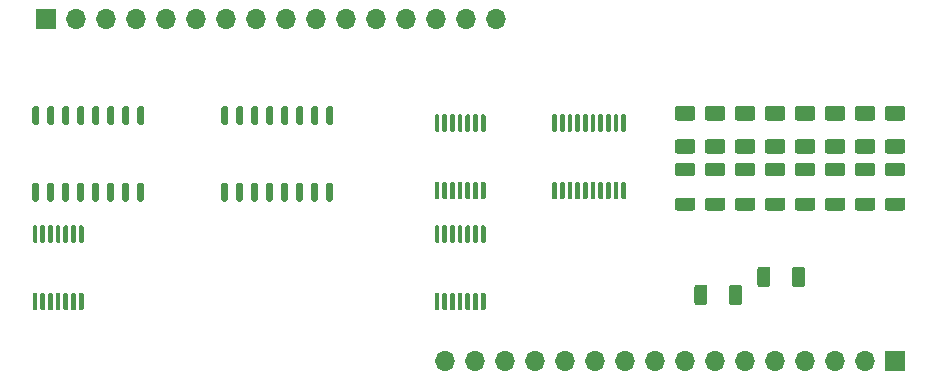
<source format=gbr>
%TF.GenerationSoftware,KiCad,Pcbnew,(5.1.10-1-10_14)*%
%TF.CreationDate,2021-10-28T13:44:03-04:00*%
%TF.ProjectId,ALU-Adder,414c552d-4164-4646-9572-2e6b69636164,rev?*%
%TF.SameCoordinates,Original*%
%TF.FileFunction,Soldermask,Top*%
%TF.FilePolarity,Negative*%
%FSLAX46Y46*%
G04 Gerber Fmt 4.6, Leading zero omitted, Abs format (unit mm)*
G04 Created by KiCad (PCBNEW (5.1.10-1-10_14)) date 2021-10-28 13:44:03*
%MOMM*%
%LPD*%
G01*
G04 APERTURE LIST*
%ADD10O,1.700000X1.700000*%
%ADD11R,1.700000X1.700000*%
G04 APERTURE END LIST*
D10*
%TO.C,J2*%
X146304000Y-106426000D03*
X148844000Y-106426000D03*
X151384000Y-106426000D03*
X153924000Y-106426000D03*
X156464000Y-106426000D03*
X159004000Y-106426000D03*
X161544000Y-106426000D03*
X164084000Y-106426000D03*
X166624000Y-106426000D03*
X169164000Y-106426000D03*
X171704000Y-106426000D03*
X174244000Y-106426000D03*
X176784000Y-106426000D03*
X179324000Y-106426000D03*
X181864000Y-106426000D03*
D11*
X184404000Y-106426000D03*
%TD*%
%TO.C,U16*%
G36*
G01*
X170318000Y-101463001D02*
X170318000Y-100212999D01*
G75*
G02*
X170567999Y-99963000I249999J0D01*
G01*
X171193001Y-99963000D01*
G75*
G02*
X171443000Y-100212999I0J-249999D01*
G01*
X171443000Y-101463001D01*
G75*
G02*
X171193001Y-101713000I-249999J0D01*
G01*
X170567999Y-101713000D01*
G75*
G02*
X170318000Y-101463001I0J249999D01*
G01*
G37*
G36*
G01*
X167393000Y-101463001D02*
X167393000Y-100212999D01*
G75*
G02*
X167642999Y-99963000I249999J0D01*
G01*
X168268001Y-99963000D01*
G75*
G02*
X168518000Y-100212999I0J-249999D01*
G01*
X168518000Y-101463001D01*
G75*
G02*
X168268001Y-101713000I-249999J0D01*
G01*
X167642999Y-101713000D01*
G75*
G02*
X167393000Y-101463001I0J249999D01*
G01*
G37*
%TD*%
%TO.C,U15*%
G36*
G01*
X165998999Y-92594000D02*
X167249001Y-92594000D01*
G75*
G02*
X167499000Y-92843999I0J-249999D01*
G01*
X167499000Y-93469001D01*
G75*
G02*
X167249001Y-93719000I-249999J0D01*
G01*
X165998999Y-93719000D01*
G75*
G02*
X165749000Y-93469001I0J249999D01*
G01*
X165749000Y-92843999D01*
G75*
G02*
X165998999Y-92594000I249999J0D01*
G01*
G37*
G36*
G01*
X165998999Y-89669000D02*
X167249001Y-89669000D01*
G75*
G02*
X167499000Y-89918999I0J-249999D01*
G01*
X167499000Y-90544001D01*
G75*
G02*
X167249001Y-90794000I-249999J0D01*
G01*
X165998999Y-90794000D01*
G75*
G02*
X165749000Y-90544001I0J249999D01*
G01*
X165749000Y-89918999D01*
G75*
G02*
X165998999Y-89669000I249999J0D01*
G01*
G37*
%TD*%
%TO.C,U14*%
G36*
G01*
X168538999Y-92594000D02*
X169789001Y-92594000D01*
G75*
G02*
X170039000Y-92843999I0J-249999D01*
G01*
X170039000Y-93469001D01*
G75*
G02*
X169789001Y-93719000I-249999J0D01*
G01*
X168538999Y-93719000D01*
G75*
G02*
X168289000Y-93469001I0J249999D01*
G01*
X168289000Y-92843999D01*
G75*
G02*
X168538999Y-92594000I249999J0D01*
G01*
G37*
G36*
G01*
X168538999Y-89669000D02*
X169789001Y-89669000D01*
G75*
G02*
X170039000Y-89918999I0J-249999D01*
G01*
X170039000Y-90544001D01*
G75*
G02*
X169789001Y-90794000I-249999J0D01*
G01*
X168538999Y-90794000D01*
G75*
G02*
X168289000Y-90544001I0J249999D01*
G01*
X168289000Y-89918999D01*
G75*
G02*
X168538999Y-89669000I249999J0D01*
G01*
G37*
%TD*%
%TO.C,U13*%
G36*
G01*
X171078999Y-92594000D02*
X172329001Y-92594000D01*
G75*
G02*
X172579000Y-92843999I0J-249999D01*
G01*
X172579000Y-93469001D01*
G75*
G02*
X172329001Y-93719000I-249999J0D01*
G01*
X171078999Y-93719000D01*
G75*
G02*
X170829000Y-93469001I0J249999D01*
G01*
X170829000Y-92843999D01*
G75*
G02*
X171078999Y-92594000I249999J0D01*
G01*
G37*
G36*
G01*
X171078999Y-89669000D02*
X172329001Y-89669000D01*
G75*
G02*
X172579000Y-89918999I0J-249999D01*
G01*
X172579000Y-90544001D01*
G75*
G02*
X172329001Y-90794000I-249999J0D01*
G01*
X171078999Y-90794000D01*
G75*
G02*
X170829000Y-90544001I0J249999D01*
G01*
X170829000Y-89918999D01*
G75*
G02*
X171078999Y-89669000I249999J0D01*
G01*
G37*
%TD*%
%TO.C,U12*%
G36*
G01*
X173618999Y-92594000D02*
X174869001Y-92594000D01*
G75*
G02*
X175119000Y-92843999I0J-249999D01*
G01*
X175119000Y-93469001D01*
G75*
G02*
X174869001Y-93719000I-249999J0D01*
G01*
X173618999Y-93719000D01*
G75*
G02*
X173369000Y-93469001I0J249999D01*
G01*
X173369000Y-92843999D01*
G75*
G02*
X173618999Y-92594000I249999J0D01*
G01*
G37*
G36*
G01*
X173618999Y-89669000D02*
X174869001Y-89669000D01*
G75*
G02*
X175119000Y-89918999I0J-249999D01*
G01*
X175119000Y-90544001D01*
G75*
G02*
X174869001Y-90794000I-249999J0D01*
G01*
X173618999Y-90794000D01*
G75*
G02*
X173369000Y-90544001I0J249999D01*
G01*
X173369000Y-89918999D01*
G75*
G02*
X173618999Y-89669000I249999J0D01*
G01*
G37*
%TD*%
%TO.C,U11*%
G36*
G01*
X176158999Y-92594000D02*
X177409001Y-92594000D01*
G75*
G02*
X177659000Y-92843999I0J-249999D01*
G01*
X177659000Y-93469001D01*
G75*
G02*
X177409001Y-93719000I-249999J0D01*
G01*
X176158999Y-93719000D01*
G75*
G02*
X175909000Y-93469001I0J249999D01*
G01*
X175909000Y-92843999D01*
G75*
G02*
X176158999Y-92594000I249999J0D01*
G01*
G37*
G36*
G01*
X176158999Y-89669000D02*
X177409001Y-89669000D01*
G75*
G02*
X177659000Y-89918999I0J-249999D01*
G01*
X177659000Y-90544001D01*
G75*
G02*
X177409001Y-90794000I-249999J0D01*
G01*
X176158999Y-90794000D01*
G75*
G02*
X175909000Y-90544001I0J249999D01*
G01*
X175909000Y-89918999D01*
G75*
G02*
X176158999Y-89669000I249999J0D01*
G01*
G37*
%TD*%
%TO.C,U10*%
G36*
G01*
X178698999Y-92594000D02*
X179949001Y-92594000D01*
G75*
G02*
X180199000Y-92843999I0J-249999D01*
G01*
X180199000Y-93469001D01*
G75*
G02*
X179949001Y-93719000I-249999J0D01*
G01*
X178698999Y-93719000D01*
G75*
G02*
X178449000Y-93469001I0J249999D01*
G01*
X178449000Y-92843999D01*
G75*
G02*
X178698999Y-92594000I249999J0D01*
G01*
G37*
G36*
G01*
X178698999Y-89669000D02*
X179949001Y-89669000D01*
G75*
G02*
X180199000Y-89918999I0J-249999D01*
G01*
X180199000Y-90544001D01*
G75*
G02*
X179949001Y-90794000I-249999J0D01*
G01*
X178698999Y-90794000D01*
G75*
G02*
X178449000Y-90544001I0J249999D01*
G01*
X178449000Y-89918999D01*
G75*
G02*
X178698999Y-89669000I249999J0D01*
G01*
G37*
%TD*%
%TO.C,U9*%
G36*
G01*
X181238999Y-92594000D02*
X182489001Y-92594000D01*
G75*
G02*
X182739000Y-92843999I0J-249999D01*
G01*
X182739000Y-93469001D01*
G75*
G02*
X182489001Y-93719000I-249999J0D01*
G01*
X181238999Y-93719000D01*
G75*
G02*
X180989000Y-93469001I0J249999D01*
G01*
X180989000Y-92843999D01*
G75*
G02*
X181238999Y-92594000I249999J0D01*
G01*
G37*
G36*
G01*
X181238999Y-89669000D02*
X182489001Y-89669000D01*
G75*
G02*
X182739000Y-89918999I0J-249999D01*
G01*
X182739000Y-90544001D01*
G75*
G02*
X182489001Y-90794000I-249999J0D01*
G01*
X181238999Y-90794000D01*
G75*
G02*
X180989000Y-90544001I0J249999D01*
G01*
X180989000Y-89918999D01*
G75*
G02*
X181238999Y-89669000I249999J0D01*
G01*
G37*
%TD*%
%TO.C,U8*%
G36*
G01*
X183778999Y-92594000D02*
X185029001Y-92594000D01*
G75*
G02*
X185279000Y-92843999I0J-249999D01*
G01*
X185279000Y-93469001D01*
G75*
G02*
X185029001Y-93719000I-249999J0D01*
G01*
X183778999Y-93719000D01*
G75*
G02*
X183529000Y-93469001I0J249999D01*
G01*
X183529000Y-92843999D01*
G75*
G02*
X183778999Y-92594000I249999J0D01*
G01*
G37*
G36*
G01*
X183778999Y-89669000D02*
X185029001Y-89669000D01*
G75*
G02*
X185279000Y-89918999I0J-249999D01*
G01*
X185279000Y-90544001D01*
G75*
G02*
X185029001Y-90794000I-249999J0D01*
G01*
X183778999Y-90794000D01*
G75*
G02*
X183529000Y-90544001I0J249999D01*
G01*
X183529000Y-89918999D01*
G75*
G02*
X183778999Y-89669000I249999J0D01*
G01*
G37*
%TD*%
%TO.C,U7*%
G36*
G01*
X155671000Y-87029000D02*
X155471000Y-87029000D01*
G75*
G02*
X155371000Y-86929000I0J100000D01*
G01*
X155371000Y-85654000D01*
G75*
G02*
X155471000Y-85554000I100000J0D01*
G01*
X155671000Y-85554000D01*
G75*
G02*
X155771000Y-85654000I0J-100000D01*
G01*
X155771000Y-86929000D01*
G75*
G02*
X155671000Y-87029000I-100000J0D01*
G01*
G37*
G36*
G01*
X156321000Y-87029000D02*
X156121000Y-87029000D01*
G75*
G02*
X156021000Y-86929000I0J100000D01*
G01*
X156021000Y-85654000D01*
G75*
G02*
X156121000Y-85554000I100000J0D01*
G01*
X156321000Y-85554000D01*
G75*
G02*
X156421000Y-85654000I0J-100000D01*
G01*
X156421000Y-86929000D01*
G75*
G02*
X156321000Y-87029000I-100000J0D01*
G01*
G37*
G36*
G01*
X156971000Y-87029000D02*
X156771000Y-87029000D01*
G75*
G02*
X156671000Y-86929000I0J100000D01*
G01*
X156671000Y-85654000D01*
G75*
G02*
X156771000Y-85554000I100000J0D01*
G01*
X156971000Y-85554000D01*
G75*
G02*
X157071000Y-85654000I0J-100000D01*
G01*
X157071000Y-86929000D01*
G75*
G02*
X156971000Y-87029000I-100000J0D01*
G01*
G37*
G36*
G01*
X157621000Y-87029000D02*
X157421000Y-87029000D01*
G75*
G02*
X157321000Y-86929000I0J100000D01*
G01*
X157321000Y-85654000D01*
G75*
G02*
X157421000Y-85554000I100000J0D01*
G01*
X157621000Y-85554000D01*
G75*
G02*
X157721000Y-85654000I0J-100000D01*
G01*
X157721000Y-86929000D01*
G75*
G02*
X157621000Y-87029000I-100000J0D01*
G01*
G37*
G36*
G01*
X158271000Y-87029000D02*
X158071000Y-87029000D01*
G75*
G02*
X157971000Y-86929000I0J100000D01*
G01*
X157971000Y-85654000D01*
G75*
G02*
X158071000Y-85554000I100000J0D01*
G01*
X158271000Y-85554000D01*
G75*
G02*
X158371000Y-85654000I0J-100000D01*
G01*
X158371000Y-86929000D01*
G75*
G02*
X158271000Y-87029000I-100000J0D01*
G01*
G37*
G36*
G01*
X158921000Y-87029000D02*
X158721000Y-87029000D01*
G75*
G02*
X158621000Y-86929000I0J100000D01*
G01*
X158621000Y-85654000D01*
G75*
G02*
X158721000Y-85554000I100000J0D01*
G01*
X158921000Y-85554000D01*
G75*
G02*
X159021000Y-85654000I0J-100000D01*
G01*
X159021000Y-86929000D01*
G75*
G02*
X158921000Y-87029000I-100000J0D01*
G01*
G37*
G36*
G01*
X159571000Y-87029000D02*
X159371000Y-87029000D01*
G75*
G02*
X159271000Y-86929000I0J100000D01*
G01*
X159271000Y-85654000D01*
G75*
G02*
X159371000Y-85554000I100000J0D01*
G01*
X159571000Y-85554000D01*
G75*
G02*
X159671000Y-85654000I0J-100000D01*
G01*
X159671000Y-86929000D01*
G75*
G02*
X159571000Y-87029000I-100000J0D01*
G01*
G37*
G36*
G01*
X160221000Y-87029000D02*
X160021000Y-87029000D01*
G75*
G02*
X159921000Y-86929000I0J100000D01*
G01*
X159921000Y-85654000D01*
G75*
G02*
X160021000Y-85554000I100000J0D01*
G01*
X160221000Y-85554000D01*
G75*
G02*
X160321000Y-85654000I0J-100000D01*
G01*
X160321000Y-86929000D01*
G75*
G02*
X160221000Y-87029000I-100000J0D01*
G01*
G37*
G36*
G01*
X160871000Y-87029000D02*
X160671000Y-87029000D01*
G75*
G02*
X160571000Y-86929000I0J100000D01*
G01*
X160571000Y-85654000D01*
G75*
G02*
X160671000Y-85554000I100000J0D01*
G01*
X160871000Y-85554000D01*
G75*
G02*
X160971000Y-85654000I0J-100000D01*
G01*
X160971000Y-86929000D01*
G75*
G02*
X160871000Y-87029000I-100000J0D01*
G01*
G37*
G36*
G01*
X161521000Y-87029000D02*
X161321000Y-87029000D01*
G75*
G02*
X161221000Y-86929000I0J100000D01*
G01*
X161221000Y-85654000D01*
G75*
G02*
X161321000Y-85554000I100000J0D01*
G01*
X161521000Y-85554000D01*
G75*
G02*
X161621000Y-85654000I0J-100000D01*
G01*
X161621000Y-86929000D01*
G75*
G02*
X161521000Y-87029000I-100000J0D01*
G01*
G37*
G36*
G01*
X161521000Y-92754000D02*
X161321000Y-92754000D01*
G75*
G02*
X161221000Y-92654000I0J100000D01*
G01*
X161221000Y-91379000D01*
G75*
G02*
X161321000Y-91279000I100000J0D01*
G01*
X161521000Y-91279000D01*
G75*
G02*
X161621000Y-91379000I0J-100000D01*
G01*
X161621000Y-92654000D01*
G75*
G02*
X161521000Y-92754000I-100000J0D01*
G01*
G37*
G36*
G01*
X160871000Y-92754000D02*
X160671000Y-92754000D01*
G75*
G02*
X160571000Y-92654000I0J100000D01*
G01*
X160571000Y-91379000D01*
G75*
G02*
X160671000Y-91279000I100000J0D01*
G01*
X160871000Y-91279000D01*
G75*
G02*
X160971000Y-91379000I0J-100000D01*
G01*
X160971000Y-92654000D01*
G75*
G02*
X160871000Y-92754000I-100000J0D01*
G01*
G37*
G36*
G01*
X160221000Y-92754000D02*
X160021000Y-92754000D01*
G75*
G02*
X159921000Y-92654000I0J100000D01*
G01*
X159921000Y-91379000D01*
G75*
G02*
X160021000Y-91279000I100000J0D01*
G01*
X160221000Y-91279000D01*
G75*
G02*
X160321000Y-91379000I0J-100000D01*
G01*
X160321000Y-92654000D01*
G75*
G02*
X160221000Y-92754000I-100000J0D01*
G01*
G37*
G36*
G01*
X159571000Y-92754000D02*
X159371000Y-92754000D01*
G75*
G02*
X159271000Y-92654000I0J100000D01*
G01*
X159271000Y-91379000D01*
G75*
G02*
X159371000Y-91279000I100000J0D01*
G01*
X159571000Y-91279000D01*
G75*
G02*
X159671000Y-91379000I0J-100000D01*
G01*
X159671000Y-92654000D01*
G75*
G02*
X159571000Y-92754000I-100000J0D01*
G01*
G37*
G36*
G01*
X158921000Y-92754000D02*
X158721000Y-92754000D01*
G75*
G02*
X158621000Y-92654000I0J100000D01*
G01*
X158621000Y-91379000D01*
G75*
G02*
X158721000Y-91279000I100000J0D01*
G01*
X158921000Y-91279000D01*
G75*
G02*
X159021000Y-91379000I0J-100000D01*
G01*
X159021000Y-92654000D01*
G75*
G02*
X158921000Y-92754000I-100000J0D01*
G01*
G37*
G36*
G01*
X158271000Y-92754000D02*
X158071000Y-92754000D01*
G75*
G02*
X157971000Y-92654000I0J100000D01*
G01*
X157971000Y-91379000D01*
G75*
G02*
X158071000Y-91279000I100000J0D01*
G01*
X158271000Y-91279000D01*
G75*
G02*
X158371000Y-91379000I0J-100000D01*
G01*
X158371000Y-92654000D01*
G75*
G02*
X158271000Y-92754000I-100000J0D01*
G01*
G37*
G36*
G01*
X157621000Y-92754000D02*
X157421000Y-92754000D01*
G75*
G02*
X157321000Y-92654000I0J100000D01*
G01*
X157321000Y-91379000D01*
G75*
G02*
X157421000Y-91279000I100000J0D01*
G01*
X157621000Y-91279000D01*
G75*
G02*
X157721000Y-91379000I0J-100000D01*
G01*
X157721000Y-92654000D01*
G75*
G02*
X157621000Y-92754000I-100000J0D01*
G01*
G37*
G36*
G01*
X156971000Y-92754000D02*
X156771000Y-92754000D01*
G75*
G02*
X156671000Y-92654000I0J100000D01*
G01*
X156671000Y-91379000D01*
G75*
G02*
X156771000Y-91279000I100000J0D01*
G01*
X156971000Y-91279000D01*
G75*
G02*
X157071000Y-91379000I0J-100000D01*
G01*
X157071000Y-92654000D01*
G75*
G02*
X156971000Y-92754000I-100000J0D01*
G01*
G37*
G36*
G01*
X156321000Y-92754000D02*
X156121000Y-92754000D01*
G75*
G02*
X156021000Y-92654000I0J100000D01*
G01*
X156021000Y-91379000D01*
G75*
G02*
X156121000Y-91279000I100000J0D01*
G01*
X156321000Y-91279000D01*
G75*
G02*
X156421000Y-91379000I0J-100000D01*
G01*
X156421000Y-92654000D01*
G75*
G02*
X156321000Y-92754000I-100000J0D01*
G01*
G37*
G36*
G01*
X155671000Y-92754000D02*
X155471000Y-92754000D01*
G75*
G02*
X155371000Y-92654000I0J100000D01*
G01*
X155371000Y-91379000D01*
G75*
G02*
X155471000Y-91279000I100000J0D01*
G01*
X155671000Y-91279000D01*
G75*
G02*
X155771000Y-91379000I0J-100000D01*
G01*
X155771000Y-92654000D01*
G75*
G02*
X155671000Y-92754000I-100000J0D01*
G01*
G37*
%TD*%
%TO.C,U6*%
G36*
G01*
X175652000Y-99939001D02*
X175652000Y-98688999D01*
G75*
G02*
X175901999Y-98439000I249999J0D01*
G01*
X176527001Y-98439000D01*
G75*
G02*
X176777000Y-98688999I0J-249999D01*
G01*
X176777000Y-99939001D01*
G75*
G02*
X176527001Y-100189000I-249999J0D01*
G01*
X175901999Y-100189000D01*
G75*
G02*
X175652000Y-99939001I0J249999D01*
G01*
G37*
G36*
G01*
X172727000Y-99939001D02*
X172727000Y-98688999D01*
G75*
G02*
X172976999Y-98439000I249999J0D01*
G01*
X173602001Y-98439000D01*
G75*
G02*
X173852000Y-98688999I0J-249999D01*
G01*
X173852000Y-99939001D01*
G75*
G02*
X173602001Y-100189000I-249999J0D01*
G01*
X172976999Y-100189000D01*
G75*
G02*
X172727000Y-99939001I0J249999D01*
G01*
G37*
%TD*%
%TO.C,U5*%
G36*
G01*
X111688000Y-96427000D02*
X111488000Y-96427000D01*
G75*
G02*
X111388000Y-96327000I0J100000D01*
G01*
X111388000Y-95052000D01*
G75*
G02*
X111488000Y-94952000I100000J0D01*
G01*
X111688000Y-94952000D01*
G75*
G02*
X111788000Y-95052000I0J-100000D01*
G01*
X111788000Y-96327000D01*
G75*
G02*
X111688000Y-96427000I-100000J0D01*
G01*
G37*
G36*
G01*
X112338000Y-96427000D02*
X112138000Y-96427000D01*
G75*
G02*
X112038000Y-96327000I0J100000D01*
G01*
X112038000Y-95052000D01*
G75*
G02*
X112138000Y-94952000I100000J0D01*
G01*
X112338000Y-94952000D01*
G75*
G02*
X112438000Y-95052000I0J-100000D01*
G01*
X112438000Y-96327000D01*
G75*
G02*
X112338000Y-96427000I-100000J0D01*
G01*
G37*
G36*
G01*
X112988000Y-96427000D02*
X112788000Y-96427000D01*
G75*
G02*
X112688000Y-96327000I0J100000D01*
G01*
X112688000Y-95052000D01*
G75*
G02*
X112788000Y-94952000I100000J0D01*
G01*
X112988000Y-94952000D01*
G75*
G02*
X113088000Y-95052000I0J-100000D01*
G01*
X113088000Y-96327000D01*
G75*
G02*
X112988000Y-96427000I-100000J0D01*
G01*
G37*
G36*
G01*
X113638000Y-96427000D02*
X113438000Y-96427000D01*
G75*
G02*
X113338000Y-96327000I0J100000D01*
G01*
X113338000Y-95052000D01*
G75*
G02*
X113438000Y-94952000I100000J0D01*
G01*
X113638000Y-94952000D01*
G75*
G02*
X113738000Y-95052000I0J-100000D01*
G01*
X113738000Y-96327000D01*
G75*
G02*
X113638000Y-96427000I-100000J0D01*
G01*
G37*
G36*
G01*
X114288000Y-96427000D02*
X114088000Y-96427000D01*
G75*
G02*
X113988000Y-96327000I0J100000D01*
G01*
X113988000Y-95052000D01*
G75*
G02*
X114088000Y-94952000I100000J0D01*
G01*
X114288000Y-94952000D01*
G75*
G02*
X114388000Y-95052000I0J-100000D01*
G01*
X114388000Y-96327000D01*
G75*
G02*
X114288000Y-96427000I-100000J0D01*
G01*
G37*
G36*
G01*
X114938000Y-96427000D02*
X114738000Y-96427000D01*
G75*
G02*
X114638000Y-96327000I0J100000D01*
G01*
X114638000Y-95052000D01*
G75*
G02*
X114738000Y-94952000I100000J0D01*
G01*
X114938000Y-94952000D01*
G75*
G02*
X115038000Y-95052000I0J-100000D01*
G01*
X115038000Y-96327000D01*
G75*
G02*
X114938000Y-96427000I-100000J0D01*
G01*
G37*
G36*
G01*
X115588000Y-96427000D02*
X115388000Y-96427000D01*
G75*
G02*
X115288000Y-96327000I0J100000D01*
G01*
X115288000Y-95052000D01*
G75*
G02*
X115388000Y-94952000I100000J0D01*
G01*
X115588000Y-94952000D01*
G75*
G02*
X115688000Y-95052000I0J-100000D01*
G01*
X115688000Y-96327000D01*
G75*
G02*
X115588000Y-96427000I-100000J0D01*
G01*
G37*
G36*
G01*
X115588000Y-102152000D02*
X115388000Y-102152000D01*
G75*
G02*
X115288000Y-102052000I0J100000D01*
G01*
X115288000Y-100777000D01*
G75*
G02*
X115388000Y-100677000I100000J0D01*
G01*
X115588000Y-100677000D01*
G75*
G02*
X115688000Y-100777000I0J-100000D01*
G01*
X115688000Y-102052000D01*
G75*
G02*
X115588000Y-102152000I-100000J0D01*
G01*
G37*
G36*
G01*
X114938000Y-102152000D02*
X114738000Y-102152000D01*
G75*
G02*
X114638000Y-102052000I0J100000D01*
G01*
X114638000Y-100777000D01*
G75*
G02*
X114738000Y-100677000I100000J0D01*
G01*
X114938000Y-100677000D01*
G75*
G02*
X115038000Y-100777000I0J-100000D01*
G01*
X115038000Y-102052000D01*
G75*
G02*
X114938000Y-102152000I-100000J0D01*
G01*
G37*
G36*
G01*
X114288000Y-102152000D02*
X114088000Y-102152000D01*
G75*
G02*
X113988000Y-102052000I0J100000D01*
G01*
X113988000Y-100777000D01*
G75*
G02*
X114088000Y-100677000I100000J0D01*
G01*
X114288000Y-100677000D01*
G75*
G02*
X114388000Y-100777000I0J-100000D01*
G01*
X114388000Y-102052000D01*
G75*
G02*
X114288000Y-102152000I-100000J0D01*
G01*
G37*
G36*
G01*
X113638000Y-102152000D02*
X113438000Y-102152000D01*
G75*
G02*
X113338000Y-102052000I0J100000D01*
G01*
X113338000Y-100777000D01*
G75*
G02*
X113438000Y-100677000I100000J0D01*
G01*
X113638000Y-100677000D01*
G75*
G02*
X113738000Y-100777000I0J-100000D01*
G01*
X113738000Y-102052000D01*
G75*
G02*
X113638000Y-102152000I-100000J0D01*
G01*
G37*
G36*
G01*
X112988000Y-102152000D02*
X112788000Y-102152000D01*
G75*
G02*
X112688000Y-102052000I0J100000D01*
G01*
X112688000Y-100777000D01*
G75*
G02*
X112788000Y-100677000I100000J0D01*
G01*
X112988000Y-100677000D01*
G75*
G02*
X113088000Y-100777000I0J-100000D01*
G01*
X113088000Y-102052000D01*
G75*
G02*
X112988000Y-102152000I-100000J0D01*
G01*
G37*
G36*
G01*
X112338000Y-102152000D02*
X112138000Y-102152000D01*
G75*
G02*
X112038000Y-102052000I0J100000D01*
G01*
X112038000Y-100777000D01*
G75*
G02*
X112138000Y-100677000I100000J0D01*
G01*
X112338000Y-100677000D01*
G75*
G02*
X112438000Y-100777000I0J-100000D01*
G01*
X112438000Y-102052000D01*
G75*
G02*
X112338000Y-102152000I-100000J0D01*
G01*
G37*
G36*
G01*
X111688000Y-102152000D02*
X111488000Y-102152000D01*
G75*
G02*
X111388000Y-102052000I0J100000D01*
G01*
X111388000Y-100777000D01*
G75*
G02*
X111488000Y-100677000I100000J0D01*
G01*
X111688000Y-100677000D01*
G75*
G02*
X111788000Y-100777000I0J-100000D01*
G01*
X111788000Y-102052000D01*
G75*
G02*
X111688000Y-102152000I-100000J0D01*
G01*
G37*
%TD*%
%TO.C,U4*%
G36*
G01*
X127772500Y-86450000D02*
X127497500Y-86450000D01*
G75*
G02*
X127360000Y-86312500I0J137500D01*
G01*
X127360000Y-84987500D01*
G75*
G02*
X127497500Y-84850000I137500J0D01*
G01*
X127772500Y-84850000D01*
G75*
G02*
X127910000Y-84987500I0J-137500D01*
G01*
X127910000Y-86312500D01*
G75*
G02*
X127772500Y-86450000I-137500J0D01*
G01*
G37*
G36*
G01*
X129042500Y-86450000D02*
X128767500Y-86450000D01*
G75*
G02*
X128630000Y-86312500I0J137500D01*
G01*
X128630000Y-84987500D01*
G75*
G02*
X128767500Y-84850000I137500J0D01*
G01*
X129042500Y-84850000D01*
G75*
G02*
X129180000Y-84987500I0J-137500D01*
G01*
X129180000Y-86312500D01*
G75*
G02*
X129042500Y-86450000I-137500J0D01*
G01*
G37*
G36*
G01*
X130312500Y-86450000D02*
X130037500Y-86450000D01*
G75*
G02*
X129900000Y-86312500I0J137500D01*
G01*
X129900000Y-84987500D01*
G75*
G02*
X130037500Y-84850000I137500J0D01*
G01*
X130312500Y-84850000D01*
G75*
G02*
X130450000Y-84987500I0J-137500D01*
G01*
X130450000Y-86312500D01*
G75*
G02*
X130312500Y-86450000I-137500J0D01*
G01*
G37*
G36*
G01*
X131582500Y-86450000D02*
X131307500Y-86450000D01*
G75*
G02*
X131170000Y-86312500I0J137500D01*
G01*
X131170000Y-84987500D01*
G75*
G02*
X131307500Y-84850000I137500J0D01*
G01*
X131582500Y-84850000D01*
G75*
G02*
X131720000Y-84987500I0J-137500D01*
G01*
X131720000Y-86312500D01*
G75*
G02*
X131582500Y-86450000I-137500J0D01*
G01*
G37*
G36*
G01*
X132852500Y-86450000D02*
X132577500Y-86450000D01*
G75*
G02*
X132440000Y-86312500I0J137500D01*
G01*
X132440000Y-84987500D01*
G75*
G02*
X132577500Y-84850000I137500J0D01*
G01*
X132852500Y-84850000D01*
G75*
G02*
X132990000Y-84987500I0J-137500D01*
G01*
X132990000Y-86312500D01*
G75*
G02*
X132852500Y-86450000I-137500J0D01*
G01*
G37*
G36*
G01*
X134122500Y-86450000D02*
X133847500Y-86450000D01*
G75*
G02*
X133710000Y-86312500I0J137500D01*
G01*
X133710000Y-84987500D01*
G75*
G02*
X133847500Y-84850000I137500J0D01*
G01*
X134122500Y-84850000D01*
G75*
G02*
X134260000Y-84987500I0J-137500D01*
G01*
X134260000Y-86312500D01*
G75*
G02*
X134122500Y-86450000I-137500J0D01*
G01*
G37*
G36*
G01*
X135392500Y-86450000D02*
X135117500Y-86450000D01*
G75*
G02*
X134980000Y-86312500I0J137500D01*
G01*
X134980000Y-84987500D01*
G75*
G02*
X135117500Y-84850000I137500J0D01*
G01*
X135392500Y-84850000D01*
G75*
G02*
X135530000Y-84987500I0J-137500D01*
G01*
X135530000Y-86312500D01*
G75*
G02*
X135392500Y-86450000I-137500J0D01*
G01*
G37*
G36*
G01*
X136662500Y-86450000D02*
X136387500Y-86450000D01*
G75*
G02*
X136250000Y-86312500I0J137500D01*
G01*
X136250000Y-84987500D01*
G75*
G02*
X136387500Y-84850000I137500J0D01*
G01*
X136662500Y-84850000D01*
G75*
G02*
X136800000Y-84987500I0J-137500D01*
G01*
X136800000Y-86312500D01*
G75*
G02*
X136662500Y-86450000I-137500J0D01*
G01*
G37*
G36*
G01*
X136662500Y-92950000D02*
X136387500Y-92950000D01*
G75*
G02*
X136250000Y-92812500I0J137500D01*
G01*
X136250000Y-91487500D01*
G75*
G02*
X136387500Y-91350000I137500J0D01*
G01*
X136662500Y-91350000D01*
G75*
G02*
X136800000Y-91487500I0J-137500D01*
G01*
X136800000Y-92812500D01*
G75*
G02*
X136662500Y-92950000I-137500J0D01*
G01*
G37*
G36*
G01*
X135392500Y-92950000D02*
X135117500Y-92950000D01*
G75*
G02*
X134980000Y-92812500I0J137500D01*
G01*
X134980000Y-91487500D01*
G75*
G02*
X135117500Y-91350000I137500J0D01*
G01*
X135392500Y-91350000D01*
G75*
G02*
X135530000Y-91487500I0J-137500D01*
G01*
X135530000Y-92812500D01*
G75*
G02*
X135392500Y-92950000I-137500J0D01*
G01*
G37*
G36*
G01*
X134122500Y-92950000D02*
X133847500Y-92950000D01*
G75*
G02*
X133710000Y-92812500I0J137500D01*
G01*
X133710000Y-91487500D01*
G75*
G02*
X133847500Y-91350000I137500J0D01*
G01*
X134122500Y-91350000D01*
G75*
G02*
X134260000Y-91487500I0J-137500D01*
G01*
X134260000Y-92812500D01*
G75*
G02*
X134122500Y-92950000I-137500J0D01*
G01*
G37*
G36*
G01*
X132852500Y-92950000D02*
X132577500Y-92950000D01*
G75*
G02*
X132440000Y-92812500I0J137500D01*
G01*
X132440000Y-91487500D01*
G75*
G02*
X132577500Y-91350000I137500J0D01*
G01*
X132852500Y-91350000D01*
G75*
G02*
X132990000Y-91487500I0J-137500D01*
G01*
X132990000Y-92812500D01*
G75*
G02*
X132852500Y-92950000I-137500J0D01*
G01*
G37*
G36*
G01*
X131582500Y-92950000D02*
X131307500Y-92950000D01*
G75*
G02*
X131170000Y-92812500I0J137500D01*
G01*
X131170000Y-91487500D01*
G75*
G02*
X131307500Y-91350000I137500J0D01*
G01*
X131582500Y-91350000D01*
G75*
G02*
X131720000Y-91487500I0J-137500D01*
G01*
X131720000Y-92812500D01*
G75*
G02*
X131582500Y-92950000I-137500J0D01*
G01*
G37*
G36*
G01*
X130312500Y-92950000D02*
X130037500Y-92950000D01*
G75*
G02*
X129900000Y-92812500I0J137500D01*
G01*
X129900000Y-91487500D01*
G75*
G02*
X130037500Y-91350000I137500J0D01*
G01*
X130312500Y-91350000D01*
G75*
G02*
X130450000Y-91487500I0J-137500D01*
G01*
X130450000Y-92812500D01*
G75*
G02*
X130312500Y-92950000I-137500J0D01*
G01*
G37*
G36*
G01*
X129042500Y-92950000D02*
X128767500Y-92950000D01*
G75*
G02*
X128630000Y-92812500I0J137500D01*
G01*
X128630000Y-91487500D01*
G75*
G02*
X128767500Y-91350000I137500J0D01*
G01*
X129042500Y-91350000D01*
G75*
G02*
X129180000Y-91487500I0J-137500D01*
G01*
X129180000Y-92812500D01*
G75*
G02*
X129042500Y-92950000I-137500J0D01*
G01*
G37*
G36*
G01*
X127772500Y-92950000D02*
X127497500Y-92950000D01*
G75*
G02*
X127360000Y-92812500I0J137500D01*
G01*
X127360000Y-91487500D01*
G75*
G02*
X127497500Y-91350000I137500J0D01*
G01*
X127772500Y-91350000D01*
G75*
G02*
X127910000Y-91487500I0J-137500D01*
G01*
X127910000Y-92812500D01*
G75*
G02*
X127772500Y-92950000I-137500J0D01*
G01*
G37*
%TD*%
%TO.C,U3*%
G36*
G01*
X145724000Y-96427000D02*
X145524000Y-96427000D01*
G75*
G02*
X145424000Y-96327000I0J100000D01*
G01*
X145424000Y-95052000D01*
G75*
G02*
X145524000Y-94952000I100000J0D01*
G01*
X145724000Y-94952000D01*
G75*
G02*
X145824000Y-95052000I0J-100000D01*
G01*
X145824000Y-96327000D01*
G75*
G02*
X145724000Y-96427000I-100000J0D01*
G01*
G37*
G36*
G01*
X146374000Y-96427000D02*
X146174000Y-96427000D01*
G75*
G02*
X146074000Y-96327000I0J100000D01*
G01*
X146074000Y-95052000D01*
G75*
G02*
X146174000Y-94952000I100000J0D01*
G01*
X146374000Y-94952000D01*
G75*
G02*
X146474000Y-95052000I0J-100000D01*
G01*
X146474000Y-96327000D01*
G75*
G02*
X146374000Y-96427000I-100000J0D01*
G01*
G37*
G36*
G01*
X147024000Y-96427000D02*
X146824000Y-96427000D01*
G75*
G02*
X146724000Y-96327000I0J100000D01*
G01*
X146724000Y-95052000D01*
G75*
G02*
X146824000Y-94952000I100000J0D01*
G01*
X147024000Y-94952000D01*
G75*
G02*
X147124000Y-95052000I0J-100000D01*
G01*
X147124000Y-96327000D01*
G75*
G02*
X147024000Y-96427000I-100000J0D01*
G01*
G37*
G36*
G01*
X147674000Y-96427000D02*
X147474000Y-96427000D01*
G75*
G02*
X147374000Y-96327000I0J100000D01*
G01*
X147374000Y-95052000D01*
G75*
G02*
X147474000Y-94952000I100000J0D01*
G01*
X147674000Y-94952000D01*
G75*
G02*
X147774000Y-95052000I0J-100000D01*
G01*
X147774000Y-96327000D01*
G75*
G02*
X147674000Y-96427000I-100000J0D01*
G01*
G37*
G36*
G01*
X148324000Y-96427000D02*
X148124000Y-96427000D01*
G75*
G02*
X148024000Y-96327000I0J100000D01*
G01*
X148024000Y-95052000D01*
G75*
G02*
X148124000Y-94952000I100000J0D01*
G01*
X148324000Y-94952000D01*
G75*
G02*
X148424000Y-95052000I0J-100000D01*
G01*
X148424000Y-96327000D01*
G75*
G02*
X148324000Y-96427000I-100000J0D01*
G01*
G37*
G36*
G01*
X148974000Y-96427000D02*
X148774000Y-96427000D01*
G75*
G02*
X148674000Y-96327000I0J100000D01*
G01*
X148674000Y-95052000D01*
G75*
G02*
X148774000Y-94952000I100000J0D01*
G01*
X148974000Y-94952000D01*
G75*
G02*
X149074000Y-95052000I0J-100000D01*
G01*
X149074000Y-96327000D01*
G75*
G02*
X148974000Y-96427000I-100000J0D01*
G01*
G37*
G36*
G01*
X149624000Y-96427000D02*
X149424000Y-96427000D01*
G75*
G02*
X149324000Y-96327000I0J100000D01*
G01*
X149324000Y-95052000D01*
G75*
G02*
X149424000Y-94952000I100000J0D01*
G01*
X149624000Y-94952000D01*
G75*
G02*
X149724000Y-95052000I0J-100000D01*
G01*
X149724000Y-96327000D01*
G75*
G02*
X149624000Y-96427000I-100000J0D01*
G01*
G37*
G36*
G01*
X149624000Y-102152000D02*
X149424000Y-102152000D01*
G75*
G02*
X149324000Y-102052000I0J100000D01*
G01*
X149324000Y-100777000D01*
G75*
G02*
X149424000Y-100677000I100000J0D01*
G01*
X149624000Y-100677000D01*
G75*
G02*
X149724000Y-100777000I0J-100000D01*
G01*
X149724000Y-102052000D01*
G75*
G02*
X149624000Y-102152000I-100000J0D01*
G01*
G37*
G36*
G01*
X148974000Y-102152000D02*
X148774000Y-102152000D01*
G75*
G02*
X148674000Y-102052000I0J100000D01*
G01*
X148674000Y-100777000D01*
G75*
G02*
X148774000Y-100677000I100000J0D01*
G01*
X148974000Y-100677000D01*
G75*
G02*
X149074000Y-100777000I0J-100000D01*
G01*
X149074000Y-102052000D01*
G75*
G02*
X148974000Y-102152000I-100000J0D01*
G01*
G37*
G36*
G01*
X148324000Y-102152000D02*
X148124000Y-102152000D01*
G75*
G02*
X148024000Y-102052000I0J100000D01*
G01*
X148024000Y-100777000D01*
G75*
G02*
X148124000Y-100677000I100000J0D01*
G01*
X148324000Y-100677000D01*
G75*
G02*
X148424000Y-100777000I0J-100000D01*
G01*
X148424000Y-102052000D01*
G75*
G02*
X148324000Y-102152000I-100000J0D01*
G01*
G37*
G36*
G01*
X147674000Y-102152000D02*
X147474000Y-102152000D01*
G75*
G02*
X147374000Y-102052000I0J100000D01*
G01*
X147374000Y-100777000D01*
G75*
G02*
X147474000Y-100677000I100000J0D01*
G01*
X147674000Y-100677000D01*
G75*
G02*
X147774000Y-100777000I0J-100000D01*
G01*
X147774000Y-102052000D01*
G75*
G02*
X147674000Y-102152000I-100000J0D01*
G01*
G37*
G36*
G01*
X147024000Y-102152000D02*
X146824000Y-102152000D01*
G75*
G02*
X146724000Y-102052000I0J100000D01*
G01*
X146724000Y-100777000D01*
G75*
G02*
X146824000Y-100677000I100000J0D01*
G01*
X147024000Y-100677000D01*
G75*
G02*
X147124000Y-100777000I0J-100000D01*
G01*
X147124000Y-102052000D01*
G75*
G02*
X147024000Y-102152000I-100000J0D01*
G01*
G37*
G36*
G01*
X146374000Y-102152000D02*
X146174000Y-102152000D01*
G75*
G02*
X146074000Y-102052000I0J100000D01*
G01*
X146074000Y-100777000D01*
G75*
G02*
X146174000Y-100677000I100000J0D01*
G01*
X146374000Y-100677000D01*
G75*
G02*
X146474000Y-100777000I0J-100000D01*
G01*
X146474000Y-102052000D01*
G75*
G02*
X146374000Y-102152000I-100000J0D01*
G01*
G37*
G36*
G01*
X145724000Y-102152000D02*
X145524000Y-102152000D01*
G75*
G02*
X145424000Y-102052000I0J100000D01*
G01*
X145424000Y-100777000D01*
G75*
G02*
X145524000Y-100677000I100000J0D01*
G01*
X145724000Y-100677000D01*
G75*
G02*
X145824000Y-100777000I0J-100000D01*
G01*
X145824000Y-102052000D01*
G75*
G02*
X145724000Y-102152000I-100000J0D01*
G01*
G37*
%TD*%
%TO.C,U2*%
G36*
G01*
X145724000Y-87029000D02*
X145524000Y-87029000D01*
G75*
G02*
X145424000Y-86929000I0J100000D01*
G01*
X145424000Y-85654000D01*
G75*
G02*
X145524000Y-85554000I100000J0D01*
G01*
X145724000Y-85554000D01*
G75*
G02*
X145824000Y-85654000I0J-100000D01*
G01*
X145824000Y-86929000D01*
G75*
G02*
X145724000Y-87029000I-100000J0D01*
G01*
G37*
G36*
G01*
X146374000Y-87029000D02*
X146174000Y-87029000D01*
G75*
G02*
X146074000Y-86929000I0J100000D01*
G01*
X146074000Y-85654000D01*
G75*
G02*
X146174000Y-85554000I100000J0D01*
G01*
X146374000Y-85554000D01*
G75*
G02*
X146474000Y-85654000I0J-100000D01*
G01*
X146474000Y-86929000D01*
G75*
G02*
X146374000Y-87029000I-100000J0D01*
G01*
G37*
G36*
G01*
X147024000Y-87029000D02*
X146824000Y-87029000D01*
G75*
G02*
X146724000Y-86929000I0J100000D01*
G01*
X146724000Y-85654000D01*
G75*
G02*
X146824000Y-85554000I100000J0D01*
G01*
X147024000Y-85554000D01*
G75*
G02*
X147124000Y-85654000I0J-100000D01*
G01*
X147124000Y-86929000D01*
G75*
G02*
X147024000Y-87029000I-100000J0D01*
G01*
G37*
G36*
G01*
X147674000Y-87029000D02*
X147474000Y-87029000D01*
G75*
G02*
X147374000Y-86929000I0J100000D01*
G01*
X147374000Y-85654000D01*
G75*
G02*
X147474000Y-85554000I100000J0D01*
G01*
X147674000Y-85554000D01*
G75*
G02*
X147774000Y-85654000I0J-100000D01*
G01*
X147774000Y-86929000D01*
G75*
G02*
X147674000Y-87029000I-100000J0D01*
G01*
G37*
G36*
G01*
X148324000Y-87029000D02*
X148124000Y-87029000D01*
G75*
G02*
X148024000Y-86929000I0J100000D01*
G01*
X148024000Y-85654000D01*
G75*
G02*
X148124000Y-85554000I100000J0D01*
G01*
X148324000Y-85554000D01*
G75*
G02*
X148424000Y-85654000I0J-100000D01*
G01*
X148424000Y-86929000D01*
G75*
G02*
X148324000Y-87029000I-100000J0D01*
G01*
G37*
G36*
G01*
X148974000Y-87029000D02*
X148774000Y-87029000D01*
G75*
G02*
X148674000Y-86929000I0J100000D01*
G01*
X148674000Y-85654000D01*
G75*
G02*
X148774000Y-85554000I100000J0D01*
G01*
X148974000Y-85554000D01*
G75*
G02*
X149074000Y-85654000I0J-100000D01*
G01*
X149074000Y-86929000D01*
G75*
G02*
X148974000Y-87029000I-100000J0D01*
G01*
G37*
G36*
G01*
X149624000Y-87029000D02*
X149424000Y-87029000D01*
G75*
G02*
X149324000Y-86929000I0J100000D01*
G01*
X149324000Y-85654000D01*
G75*
G02*
X149424000Y-85554000I100000J0D01*
G01*
X149624000Y-85554000D01*
G75*
G02*
X149724000Y-85654000I0J-100000D01*
G01*
X149724000Y-86929000D01*
G75*
G02*
X149624000Y-87029000I-100000J0D01*
G01*
G37*
G36*
G01*
X149624000Y-92754000D02*
X149424000Y-92754000D01*
G75*
G02*
X149324000Y-92654000I0J100000D01*
G01*
X149324000Y-91379000D01*
G75*
G02*
X149424000Y-91279000I100000J0D01*
G01*
X149624000Y-91279000D01*
G75*
G02*
X149724000Y-91379000I0J-100000D01*
G01*
X149724000Y-92654000D01*
G75*
G02*
X149624000Y-92754000I-100000J0D01*
G01*
G37*
G36*
G01*
X148974000Y-92754000D02*
X148774000Y-92754000D01*
G75*
G02*
X148674000Y-92654000I0J100000D01*
G01*
X148674000Y-91379000D01*
G75*
G02*
X148774000Y-91279000I100000J0D01*
G01*
X148974000Y-91279000D01*
G75*
G02*
X149074000Y-91379000I0J-100000D01*
G01*
X149074000Y-92654000D01*
G75*
G02*
X148974000Y-92754000I-100000J0D01*
G01*
G37*
G36*
G01*
X148324000Y-92754000D02*
X148124000Y-92754000D01*
G75*
G02*
X148024000Y-92654000I0J100000D01*
G01*
X148024000Y-91379000D01*
G75*
G02*
X148124000Y-91279000I100000J0D01*
G01*
X148324000Y-91279000D01*
G75*
G02*
X148424000Y-91379000I0J-100000D01*
G01*
X148424000Y-92654000D01*
G75*
G02*
X148324000Y-92754000I-100000J0D01*
G01*
G37*
G36*
G01*
X147674000Y-92754000D02*
X147474000Y-92754000D01*
G75*
G02*
X147374000Y-92654000I0J100000D01*
G01*
X147374000Y-91379000D01*
G75*
G02*
X147474000Y-91279000I100000J0D01*
G01*
X147674000Y-91279000D01*
G75*
G02*
X147774000Y-91379000I0J-100000D01*
G01*
X147774000Y-92654000D01*
G75*
G02*
X147674000Y-92754000I-100000J0D01*
G01*
G37*
G36*
G01*
X147024000Y-92754000D02*
X146824000Y-92754000D01*
G75*
G02*
X146724000Y-92654000I0J100000D01*
G01*
X146724000Y-91379000D01*
G75*
G02*
X146824000Y-91279000I100000J0D01*
G01*
X147024000Y-91279000D01*
G75*
G02*
X147124000Y-91379000I0J-100000D01*
G01*
X147124000Y-92654000D01*
G75*
G02*
X147024000Y-92754000I-100000J0D01*
G01*
G37*
G36*
G01*
X146374000Y-92754000D02*
X146174000Y-92754000D01*
G75*
G02*
X146074000Y-92654000I0J100000D01*
G01*
X146074000Y-91379000D01*
G75*
G02*
X146174000Y-91279000I100000J0D01*
G01*
X146374000Y-91279000D01*
G75*
G02*
X146474000Y-91379000I0J-100000D01*
G01*
X146474000Y-92654000D01*
G75*
G02*
X146374000Y-92754000I-100000J0D01*
G01*
G37*
G36*
G01*
X145724000Y-92754000D02*
X145524000Y-92754000D01*
G75*
G02*
X145424000Y-92654000I0J100000D01*
G01*
X145424000Y-91379000D01*
G75*
G02*
X145524000Y-91279000I100000J0D01*
G01*
X145724000Y-91279000D01*
G75*
G02*
X145824000Y-91379000I0J-100000D01*
G01*
X145824000Y-92654000D01*
G75*
G02*
X145724000Y-92754000I-100000J0D01*
G01*
G37*
%TD*%
%TO.C,U1*%
G36*
G01*
X111770500Y-86450000D02*
X111495500Y-86450000D01*
G75*
G02*
X111358000Y-86312500I0J137500D01*
G01*
X111358000Y-84987500D01*
G75*
G02*
X111495500Y-84850000I137500J0D01*
G01*
X111770500Y-84850000D01*
G75*
G02*
X111908000Y-84987500I0J-137500D01*
G01*
X111908000Y-86312500D01*
G75*
G02*
X111770500Y-86450000I-137500J0D01*
G01*
G37*
G36*
G01*
X113040500Y-86450000D02*
X112765500Y-86450000D01*
G75*
G02*
X112628000Y-86312500I0J137500D01*
G01*
X112628000Y-84987500D01*
G75*
G02*
X112765500Y-84850000I137500J0D01*
G01*
X113040500Y-84850000D01*
G75*
G02*
X113178000Y-84987500I0J-137500D01*
G01*
X113178000Y-86312500D01*
G75*
G02*
X113040500Y-86450000I-137500J0D01*
G01*
G37*
G36*
G01*
X114310500Y-86450000D02*
X114035500Y-86450000D01*
G75*
G02*
X113898000Y-86312500I0J137500D01*
G01*
X113898000Y-84987500D01*
G75*
G02*
X114035500Y-84850000I137500J0D01*
G01*
X114310500Y-84850000D01*
G75*
G02*
X114448000Y-84987500I0J-137500D01*
G01*
X114448000Y-86312500D01*
G75*
G02*
X114310500Y-86450000I-137500J0D01*
G01*
G37*
G36*
G01*
X115580500Y-86450000D02*
X115305500Y-86450000D01*
G75*
G02*
X115168000Y-86312500I0J137500D01*
G01*
X115168000Y-84987500D01*
G75*
G02*
X115305500Y-84850000I137500J0D01*
G01*
X115580500Y-84850000D01*
G75*
G02*
X115718000Y-84987500I0J-137500D01*
G01*
X115718000Y-86312500D01*
G75*
G02*
X115580500Y-86450000I-137500J0D01*
G01*
G37*
G36*
G01*
X116850500Y-86450000D02*
X116575500Y-86450000D01*
G75*
G02*
X116438000Y-86312500I0J137500D01*
G01*
X116438000Y-84987500D01*
G75*
G02*
X116575500Y-84850000I137500J0D01*
G01*
X116850500Y-84850000D01*
G75*
G02*
X116988000Y-84987500I0J-137500D01*
G01*
X116988000Y-86312500D01*
G75*
G02*
X116850500Y-86450000I-137500J0D01*
G01*
G37*
G36*
G01*
X118120500Y-86450000D02*
X117845500Y-86450000D01*
G75*
G02*
X117708000Y-86312500I0J137500D01*
G01*
X117708000Y-84987500D01*
G75*
G02*
X117845500Y-84850000I137500J0D01*
G01*
X118120500Y-84850000D01*
G75*
G02*
X118258000Y-84987500I0J-137500D01*
G01*
X118258000Y-86312500D01*
G75*
G02*
X118120500Y-86450000I-137500J0D01*
G01*
G37*
G36*
G01*
X119390500Y-86450000D02*
X119115500Y-86450000D01*
G75*
G02*
X118978000Y-86312500I0J137500D01*
G01*
X118978000Y-84987500D01*
G75*
G02*
X119115500Y-84850000I137500J0D01*
G01*
X119390500Y-84850000D01*
G75*
G02*
X119528000Y-84987500I0J-137500D01*
G01*
X119528000Y-86312500D01*
G75*
G02*
X119390500Y-86450000I-137500J0D01*
G01*
G37*
G36*
G01*
X120660500Y-86450000D02*
X120385500Y-86450000D01*
G75*
G02*
X120248000Y-86312500I0J137500D01*
G01*
X120248000Y-84987500D01*
G75*
G02*
X120385500Y-84850000I137500J0D01*
G01*
X120660500Y-84850000D01*
G75*
G02*
X120798000Y-84987500I0J-137500D01*
G01*
X120798000Y-86312500D01*
G75*
G02*
X120660500Y-86450000I-137500J0D01*
G01*
G37*
G36*
G01*
X120660500Y-92950000D02*
X120385500Y-92950000D01*
G75*
G02*
X120248000Y-92812500I0J137500D01*
G01*
X120248000Y-91487500D01*
G75*
G02*
X120385500Y-91350000I137500J0D01*
G01*
X120660500Y-91350000D01*
G75*
G02*
X120798000Y-91487500I0J-137500D01*
G01*
X120798000Y-92812500D01*
G75*
G02*
X120660500Y-92950000I-137500J0D01*
G01*
G37*
G36*
G01*
X119390500Y-92950000D02*
X119115500Y-92950000D01*
G75*
G02*
X118978000Y-92812500I0J137500D01*
G01*
X118978000Y-91487500D01*
G75*
G02*
X119115500Y-91350000I137500J0D01*
G01*
X119390500Y-91350000D01*
G75*
G02*
X119528000Y-91487500I0J-137500D01*
G01*
X119528000Y-92812500D01*
G75*
G02*
X119390500Y-92950000I-137500J0D01*
G01*
G37*
G36*
G01*
X118120500Y-92950000D02*
X117845500Y-92950000D01*
G75*
G02*
X117708000Y-92812500I0J137500D01*
G01*
X117708000Y-91487500D01*
G75*
G02*
X117845500Y-91350000I137500J0D01*
G01*
X118120500Y-91350000D01*
G75*
G02*
X118258000Y-91487500I0J-137500D01*
G01*
X118258000Y-92812500D01*
G75*
G02*
X118120500Y-92950000I-137500J0D01*
G01*
G37*
G36*
G01*
X116850500Y-92950000D02*
X116575500Y-92950000D01*
G75*
G02*
X116438000Y-92812500I0J137500D01*
G01*
X116438000Y-91487500D01*
G75*
G02*
X116575500Y-91350000I137500J0D01*
G01*
X116850500Y-91350000D01*
G75*
G02*
X116988000Y-91487500I0J-137500D01*
G01*
X116988000Y-92812500D01*
G75*
G02*
X116850500Y-92950000I-137500J0D01*
G01*
G37*
G36*
G01*
X115580500Y-92950000D02*
X115305500Y-92950000D01*
G75*
G02*
X115168000Y-92812500I0J137500D01*
G01*
X115168000Y-91487500D01*
G75*
G02*
X115305500Y-91350000I137500J0D01*
G01*
X115580500Y-91350000D01*
G75*
G02*
X115718000Y-91487500I0J-137500D01*
G01*
X115718000Y-92812500D01*
G75*
G02*
X115580500Y-92950000I-137500J0D01*
G01*
G37*
G36*
G01*
X114310500Y-92950000D02*
X114035500Y-92950000D01*
G75*
G02*
X113898000Y-92812500I0J137500D01*
G01*
X113898000Y-91487500D01*
G75*
G02*
X114035500Y-91350000I137500J0D01*
G01*
X114310500Y-91350000D01*
G75*
G02*
X114448000Y-91487500I0J-137500D01*
G01*
X114448000Y-92812500D01*
G75*
G02*
X114310500Y-92950000I-137500J0D01*
G01*
G37*
G36*
G01*
X113040500Y-92950000D02*
X112765500Y-92950000D01*
G75*
G02*
X112628000Y-92812500I0J137500D01*
G01*
X112628000Y-91487500D01*
G75*
G02*
X112765500Y-91350000I137500J0D01*
G01*
X113040500Y-91350000D01*
G75*
G02*
X113178000Y-91487500I0J-137500D01*
G01*
X113178000Y-92812500D01*
G75*
G02*
X113040500Y-92950000I-137500J0D01*
G01*
G37*
G36*
G01*
X111770500Y-92950000D02*
X111495500Y-92950000D01*
G75*
G02*
X111358000Y-92812500I0J137500D01*
G01*
X111358000Y-91487500D01*
G75*
G02*
X111495500Y-91350000I137500J0D01*
G01*
X111770500Y-91350000D01*
G75*
G02*
X111908000Y-91487500I0J-137500D01*
G01*
X111908000Y-92812500D01*
G75*
G02*
X111770500Y-92950000I-137500J0D01*
G01*
G37*
%TD*%
D10*
%TO.C,J1*%
X150622000Y-77470000D03*
X148082000Y-77470000D03*
X145542000Y-77470000D03*
X143002000Y-77470000D03*
X140462000Y-77470000D03*
X137922000Y-77470000D03*
X135382000Y-77470000D03*
X132842000Y-77470000D03*
X130302000Y-77470000D03*
X127762000Y-77470000D03*
X125222000Y-77470000D03*
X122682000Y-77470000D03*
X120142000Y-77470000D03*
X117602000Y-77470000D03*
X115062000Y-77470000D03*
D11*
X112522000Y-77470000D03*
%TD*%
%TO.C,D8*%
G36*
G01*
X167249000Y-86093000D02*
X165999000Y-86093000D01*
G75*
G02*
X165749000Y-85843000I0J250000D01*
G01*
X165749000Y-85093000D01*
G75*
G02*
X165999000Y-84843000I250000J0D01*
G01*
X167249000Y-84843000D01*
G75*
G02*
X167499000Y-85093000I0J-250000D01*
G01*
X167499000Y-85843000D01*
G75*
G02*
X167249000Y-86093000I-250000J0D01*
G01*
G37*
G36*
G01*
X167249000Y-88893000D02*
X165999000Y-88893000D01*
G75*
G02*
X165749000Y-88643000I0J250000D01*
G01*
X165749000Y-87893000D01*
G75*
G02*
X165999000Y-87643000I250000J0D01*
G01*
X167249000Y-87643000D01*
G75*
G02*
X167499000Y-87893000I0J-250000D01*
G01*
X167499000Y-88643000D01*
G75*
G02*
X167249000Y-88893000I-250000J0D01*
G01*
G37*
%TD*%
%TO.C,D7*%
G36*
G01*
X169789000Y-86093000D02*
X168539000Y-86093000D01*
G75*
G02*
X168289000Y-85843000I0J250000D01*
G01*
X168289000Y-85093000D01*
G75*
G02*
X168539000Y-84843000I250000J0D01*
G01*
X169789000Y-84843000D01*
G75*
G02*
X170039000Y-85093000I0J-250000D01*
G01*
X170039000Y-85843000D01*
G75*
G02*
X169789000Y-86093000I-250000J0D01*
G01*
G37*
G36*
G01*
X169789000Y-88893000D02*
X168539000Y-88893000D01*
G75*
G02*
X168289000Y-88643000I0J250000D01*
G01*
X168289000Y-87893000D01*
G75*
G02*
X168539000Y-87643000I250000J0D01*
G01*
X169789000Y-87643000D01*
G75*
G02*
X170039000Y-87893000I0J-250000D01*
G01*
X170039000Y-88643000D01*
G75*
G02*
X169789000Y-88893000I-250000J0D01*
G01*
G37*
%TD*%
%TO.C,D6*%
G36*
G01*
X172329000Y-86093000D02*
X171079000Y-86093000D01*
G75*
G02*
X170829000Y-85843000I0J250000D01*
G01*
X170829000Y-85093000D01*
G75*
G02*
X171079000Y-84843000I250000J0D01*
G01*
X172329000Y-84843000D01*
G75*
G02*
X172579000Y-85093000I0J-250000D01*
G01*
X172579000Y-85843000D01*
G75*
G02*
X172329000Y-86093000I-250000J0D01*
G01*
G37*
G36*
G01*
X172329000Y-88893000D02*
X171079000Y-88893000D01*
G75*
G02*
X170829000Y-88643000I0J250000D01*
G01*
X170829000Y-87893000D01*
G75*
G02*
X171079000Y-87643000I250000J0D01*
G01*
X172329000Y-87643000D01*
G75*
G02*
X172579000Y-87893000I0J-250000D01*
G01*
X172579000Y-88643000D01*
G75*
G02*
X172329000Y-88893000I-250000J0D01*
G01*
G37*
%TD*%
%TO.C,D5*%
G36*
G01*
X174869000Y-86093000D02*
X173619000Y-86093000D01*
G75*
G02*
X173369000Y-85843000I0J250000D01*
G01*
X173369000Y-85093000D01*
G75*
G02*
X173619000Y-84843000I250000J0D01*
G01*
X174869000Y-84843000D01*
G75*
G02*
X175119000Y-85093000I0J-250000D01*
G01*
X175119000Y-85843000D01*
G75*
G02*
X174869000Y-86093000I-250000J0D01*
G01*
G37*
G36*
G01*
X174869000Y-88893000D02*
X173619000Y-88893000D01*
G75*
G02*
X173369000Y-88643000I0J250000D01*
G01*
X173369000Y-87893000D01*
G75*
G02*
X173619000Y-87643000I250000J0D01*
G01*
X174869000Y-87643000D01*
G75*
G02*
X175119000Y-87893000I0J-250000D01*
G01*
X175119000Y-88643000D01*
G75*
G02*
X174869000Y-88893000I-250000J0D01*
G01*
G37*
%TD*%
%TO.C,D4*%
G36*
G01*
X177409000Y-86093000D02*
X176159000Y-86093000D01*
G75*
G02*
X175909000Y-85843000I0J250000D01*
G01*
X175909000Y-85093000D01*
G75*
G02*
X176159000Y-84843000I250000J0D01*
G01*
X177409000Y-84843000D01*
G75*
G02*
X177659000Y-85093000I0J-250000D01*
G01*
X177659000Y-85843000D01*
G75*
G02*
X177409000Y-86093000I-250000J0D01*
G01*
G37*
G36*
G01*
X177409000Y-88893000D02*
X176159000Y-88893000D01*
G75*
G02*
X175909000Y-88643000I0J250000D01*
G01*
X175909000Y-87893000D01*
G75*
G02*
X176159000Y-87643000I250000J0D01*
G01*
X177409000Y-87643000D01*
G75*
G02*
X177659000Y-87893000I0J-250000D01*
G01*
X177659000Y-88643000D01*
G75*
G02*
X177409000Y-88893000I-250000J0D01*
G01*
G37*
%TD*%
%TO.C,D3*%
G36*
G01*
X179949000Y-86093000D02*
X178699000Y-86093000D01*
G75*
G02*
X178449000Y-85843000I0J250000D01*
G01*
X178449000Y-85093000D01*
G75*
G02*
X178699000Y-84843000I250000J0D01*
G01*
X179949000Y-84843000D01*
G75*
G02*
X180199000Y-85093000I0J-250000D01*
G01*
X180199000Y-85843000D01*
G75*
G02*
X179949000Y-86093000I-250000J0D01*
G01*
G37*
G36*
G01*
X179949000Y-88893000D02*
X178699000Y-88893000D01*
G75*
G02*
X178449000Y-88643000I0J250000D01*
G01*
X178449000Y-87893000D01*
G75*
G02*
X178699000Y-87643000I250000J0D01*
G01*
X179949000Y-87643000D01*
G75*
G02*
X180199000Y-87893000I0J-250000D01*
G01*
X180199000Y-88643000D01*
G75*
G02*
X179949000Y-88893000I-250000J0D01*
G01*
G37*
%TD*%
%TO.C,D2*%
G36*
G01*
X182489000Y-86093000D02*
X181239000Y-86093000D01*
G75*
G02*
X180989000Y-85843000I0J250000D01*
G01*
X180989000Y-85093000D01*
G75*
G02*
X181239000Y-84843000I250000J0D01*
G01*
X182489000Y-84843000D01*
G75*
G02*
X182739000Y-85093000I0J-250000D01*
G01*
X182739000Y-85843000D01*
G75*
G02*
X182489000Y-86093000I-250000J0D01*
G01*
G37*
G36*
G01*
X182489000Y-88893000D02*
X181239000Y-88893000D01*
G75*
G02*
X180989000Y-88643000I0J250000D01*
G01*
X180989000Y-87893000D01*
G75*
G02*
X181239000Y-87643000I250000J0D01*
G01*
X182489000Y-87643000D01*
G75*
G02*
X182739000Y-87893000I0J-250000D01*
G01*
X182739000Y-88643000D01*
G75*
G02*
X182489000Y-88893000I-250000J0D01*
G01*
G37*
%TD*%
%TO.C,D1*%
G36*
G01*
X185029000Y-86093000D02*
X183779000Y-86093000D01*
G75*
G02*
X183529000Y-85843000I0J250000D01*
G01*
X183529000Y-85093000D01*
G75*
G02*
X183779000Y-84843000I250000J0D01*
G01*
X185029000Y-84843000D01*
G75*
G02*
X185279000Y-85093000I0J-250000D01*
G01*
X185279000Y-85843000D01*
G75*
G02*
X185029000Y-86093000I-250000J0D01*
G01*
G37*
G36*
G01*
X185029000Y-88893000D02*
X183779000Y-88893000D01*
G75*
G02*
X183529000Y-88643000I0J250000D01*
G01*
X183529000Y-87893000D01*
G75*
G02*
X183779000Y-87643000I250000J0D01*
G01*
X185029000Y-87643000D01*
G75*
G02*
X185279000Y-87893000I0J-250000D01*
G01*
X185279000Y-88643000D01*
G75*
G02*
X185029000Y-88893000I-250000J0D01*
G01*
G37*
%TD*%
M02*

</source>
